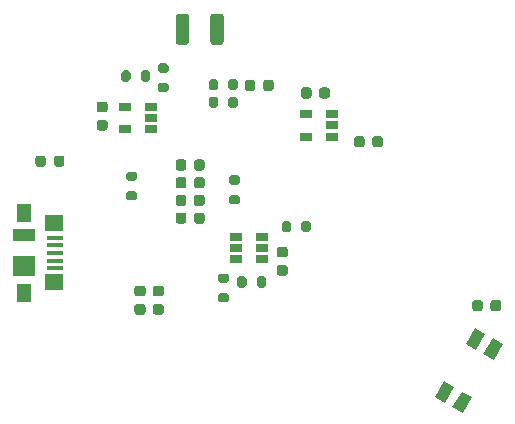
<source format=gbr>
%TF.GenerationSoftware,KiCad,Pcbnew,5.1.8-1.fc33*%
%TF.CreationDate,2021-01-30T22:30:16+01:00*%
%TF.ProjectId,lightring,6c696768-7472-4696-9e67-2e6b69636164,rev?*%
%TF.SameCoordinates,Original*%
%TF.FileFunction,Paste,Bot*%
%TF.FilePolarity,Positive*%
%FSLAX46Y46*%
G04 Gerber Fmt 4.6, Leading zero omitted, Abs format (unit mm)*
G04 Created by KiCad (PCBNEW 5.1.8-1.fc33) date 2021-01-30 22:30:16*
%MOMM*%
%LPD*%
G01*
G04 APERTURE LIST*
%ADD10C,0.100000*%
%ADD11R,1.900000X1.000000*%
%ADD12R,1.900000X1.800000*%
%ADD13R,1.300000X1.650000*%
%ADD14R,1.550000X1.425000*%
%ADD15R,1.380000X0.450000*%
%ADD16R,1.060000X0.650000*%
G04 APERTURE END LIST*
D10*
%TO.C,SW2*%
G36*
X189353109Y-87130513D02*
G01*
X190219135Y-87630513D01*
X189444135Y-88972853D01*
X188578109Y-88472853D01*
X189353109Y-87130513D01*
G37*
G36*
X186728109Y-91677147D02*
G01*
X187594135Y-92177147D01*
X186819135Y-93519487D01*
X185953109Y-93019487D01*
X186728109Y-91677147D01*
G37*
G36*
X185255865Y-90827147D02*
G01*
X186121891Y-91327147D01*
X185346891Y-92669487D01*
X184480865Y-92169487D01*
X185255865Y-90827147D01*
G37*
G36*
X187880865Y-86280513D02*
G01*
X188746891Y-86780513D01*
X187971891Y-88122853D01*
X187105865Y-87622853D01*
X187880865Y-86280513D01*
G37*
%TD*%
%TO.C,C1*%
G36*
G01*
X159250000Y-84275000D02*
X159750000Y-84275000D01*
G75*
G02*
X159975000Y-84500000I0J-225000D01*
G01*
X159975000Y-84950000D01*
G75*
G02*
X159750000Y-85175000I-225000J0D01*
G01*
X159250000Y-85175000D01*
G75*
G02*
X159025000Y-84950000I0J225000D01*
G01*
X159025000Y-84500000D01*
G75*
G02*
X159250000Y-84275000I225000J0D01*
G01*
G37*
G36*
G01*
X159250000Y-82725000D02*
X159750000Y-82725000D01*
G75*
G02*
X159975000Y-82950000I0J-225000D01*
G01*
X159975000Y-83400000D01*
G75*
G02*
X159750000Y-83625000I-225000J0D01*
G01*
X159250000Y-83625000D01*
G75*
G02*
X159025000Y-83400000I0J225000D01*
G01*
X159025000Y-82950000D01*
G75*
G02*
X159250000Y-82725000I225000J0D01*
G01*
G37*
%TD*%
%TO.C,C2*%
G36*
G01*
X164075000Y-75750000D02*
X164075000Y-75250000D01*
G75*
G02*
X164300000Y-75025000I225000J0D01*
G01*
X164750000Y-75025000D01*
G75*
G02*
X164975000Y-75250000I0J-225000D01*
G01*
X164975000Y-75750000D01*
G75*
G02*
X164750000Y-75975000I-225000J0D01*
G01*
X164300000Y-75975000D01*
G75*
G02*
X164075000Y-75750000I0J225000D01*
G01*
G37*
G36*
G01*
X162525000Y-75750000D02*
X162525000Y-75250000D01*
G75*
G02*
X162750000Y-75025000I225000J0D01*
G01*
X163200000Y-75025000D01*
G75*
G02*
X163425000Y-75250000I0J-225000D01*
G01*
X163425000Y-75750000D01*
G75*
G02*
X163200000Y-75975000I-225000J0D01*
G01*
X162750000Y-75975000D01*
G75*
G02*
X162525000Y-75750000I0J225000D01*
G01*
G37*
%TD*%
%TO.C,C4*%
G36*
G01*
X189175000Y-84650000D02*
X189175000Y-84150000D01*
G75*
G02*
X189400000Y-83925000I225000J0D01*
G01*
X189850000Y-83925000D01*
G75*
G02*
X190075000Y-84150000I0J-225000D01*
G01*
X190075000Y-84650000D01*
G75*
G02*
X189850000Y-84875000I-225000J0D01*
G01*
X189400000Y-84875000D01*
G75*
G02*
X189175000Y-84650000I0J225000D01*
G01*
G37*
G36*
G01*
X187625000Y-84650000D02*
X187625000Y-84150000D01*
G75*
G02*
X187850000Y-83925000I225000J0D01*
G01*
X188300000Y-83925000D01*
G75*
G02*
X188525000Y-84150000I0J-225000D01*
G01*
X188525000Y-84650000D01*
G75*
G02*
X188300000Y-84875000I-225000J0D01*
G01*
X187850000Y-84875000D01*
G75*
G02*
X187625000Y-84650000I0J225000D01*
G01*
G37*
%TD*%
%TO.C,C5*%
G36*
G01*
X160800000Y-84275000D02*
X161300000Y-84275000D01*
G75*
G02*
X161525000Y-84500000I0J-225000D01*
G01*
X161525000Y-84950000D01*
G75*
G02*
X161300000Y-85175000I-225000J0D01*
G01*
X160800000Y-85175000D01*
G75*
G02*
X160575000Y-84950000I0J225000D01*
G01*
X160575000Y-84500000D01*
G75*
G02*
X160800000Y-84275000I225000J0D01*
G01*
G37*
G36*
G01*
X160800000Y-82725000D02*
X161300000Y-82725000D01*
G75*
G02*
X161525000Y-82950000I0J-225000D01*
G01*
X161525000Y-83400000D01*
G75*
G02*
X161300000Y-83625000I-225000J0D01*
G01*
X160800000Y-83625000D01*
G75*
G02*
X160575000Y-83400000I0J225000D01*
G01*
X160575000Y-82950000D01*
G75*
G02*
X160800000Y-82725000I225000J0D01*
G01*
G37*
%TD*%
%TO.C,C6*%
G36*
G01*
X164075000Y-77250000D02*
X164075000Y-76750000D01*
G75*
G02*
X164300000Y-76525000I225000J0D01*
G01*
X164750000Y-76525000D01*
G75*
G02*
X164975000Y-76750000I0J-225000D01*
G01*
X164975000Y-77250000D01*
G75*
G02*
X164750000Y-77475000I-225000J0D01*
G01*
X164300000Y-77475000D01*
G75*
G02*
X164075000Y-77250000I0J225000D01*
G01*
G37*
G36*
G01*
X162525000Y-77250000D02*
X162525000Y-76750000D01*
G75*
G02*
X162750000Y-76525000I225000J0D01*
G01*
X163200000Y-76525000D01*
G75*
G02*
X163425000Y-76750000I0J-225000D01*
G01*
X163425000Y-77250000D01*
G75*
G02*
X163200000Y-77475000I-225000J0D01*
G01*
X162750000Y-77475000D01*
G75*
G02*
X162525000Y-77250000I0J225000D01*
G01*
G37*
%TD*%
%TO.C,C7*%
G36*
G01*
X164075000Y-72750000D02*
X164075000Y-72250000D01*
G75*
G02*
X164300000Y-72025000I225000J0D01*
G01*
X164750000Y-72025000D01*
G75*
G02*
X164975000Y-72250000I0J-225000D01*
G01*
X164975000Y-72750000D01*
G75*
G02*
X164750000Y-72975000I-225000J0D01*
G01*
X164300000Y-72975000D01*
G75*
G02*
X164075000Y-72750000I0J225000D01*
G01*
G37*
G36*
G01*
X162525000Y-72750000D02*
X162525000Y-72250000D01*
G75*
G02*
X162750000Y-72025000I225000J0D01*
G01*
X163200000Y-72025000D01*
G75*
G02*
X163425000Y-72250000I0J-225000D01*
G01*
X163425000Y-72750000D01*
G75*
G02*
X163200000Y-72975000I-225000J0D01*
G01*
X162750000Y-72975000D01*
G75*
G02*
X162525000Y-72750000I0J225000D01*
G01*
G37*
%TD*%
%TO.C,C8*%
G36*
G01*
X164075000Y-74250000D02*
X164075000Y-73750000D01*
G75*
G02*
X164300000Y-73525000I225000J0D01*
G01*
X164750000Y-73525000D01*
G75*
G02*
X164975000Y-73750000I0J-225000D01*
G01*
X164975000Y-74250000D01*
G75*
G02*
X164750000Y-74475000I-225000J0D01*
G01*
X164300000Y-74475000D01*
G75*
G02*
X164075000Y-74250000I0J225000D01*
G01*
G37*
G36*
G01*
X162525000Y-74250000D02*
X162525000Y-73750000D01*
G75*
G02*
X162750000Y-73525000I225000J0D01*
G01*
X163200000Y-73525000D01*
G75*
G02*
X163425000Y-73750000I0J-225000D01*
G01*
X163425000Y-74250000D01*
G75*
G02*
X163200000Y-74475000I-225000J0D01*
G01*
X162750000Y-74475000D01*
G75*
G02*
X162525000Y-74250000I0J225000D01*
G01*
G37*
%TD*%
%TO.C,C9*%
G36*
G01*
X156543820Y-68031480D02*
X156043820Y-68031480D01*
G75*
G02*
X155818820Y-67806480I0J225000D01*
G01*
X155818820Y-67356480D01*
G75*
G02*
X156043820Y-67131480I225000J0D01*
G01*
X156543820Y-67131480D01*
G75*
G02*
X156768820Y-67356480I0J-225000D01*
G01*
X156768820Y-67806480D01*
G75*
G02*
X156543820Y-68031480I-225000J0D01*
G01*
G37*
G36*
G01*
X156543820Y-69581480D02*
X156043820Y-69581480D01*
G75*
G02*
X155818820Y-69356480I0J225000D01*
G01*
X155818820Y-68906480D01*
G75*
G02*
X156043820Y-68681480I225000J0D01*
G01*
X156543820Y-68681480D01*
G75*
G02*
X156768820Y-68906480I0J-225000D01*
G01*
X156768820Y-69356480D01*
G75*
G02*
X156543820Y-69581480I-225000J0D01*
G01*
G37*
%TD*%
%TO.C,C10*%
G36*
G01*
X174675680Y-66650680D02*
X174675680Y-66150680D01*
G75*
G02*
X174900680Y-65925680I225000J0D01*
G01*
X175350680Y-65925680D01*
G75*
G02*
X175575680Y-66150680I0J-225000D01*
G01*
X175575680Y-66650680D01*
G75*
G02*
X175350680Y-66875680I-225000J0D01*
G01*
X174900680Y-66875680D01*
G75*
G02*
X174675680Y-66650680I0J225000D01*
G01*
G37*
G36*
G01*
X173125680Y-66650680D02*
X173125680Y-66150680D01*
G75*
G02*
X173350680Y-65925680I225000J0D01*
G01*
X173800680Y-65925680D01*
G75*
G02*
X174025680Y-66150680I0J-225000D01*
G01*
X174025680Y-66650680D01*
G75*
G02*
X173800680Y-66875680I-225000J0D01*
G01*
X173350680Y-66875680D01*
G75*
G02*
X173125680Y-66650680I0J225000D01*
G01*
G37*
%TD*%
%TO.C,C11*%
G36*
G01*
X171796520Y-80320000D02*
X171296520Y-80320000D01*
G75*
G02*
X171071520Y-80095000I0J225000D01*
G01*
X171071520Y-79645000D01*
G75*
G02*
X171296520Y-79420000I225000J0D01*
G01*
X171796520Y-79420000D01*
G75*
G02*
X172021520Y-79645000I0J-225000D01*
G01*
X172021520Y-80095000D01*
G75*
G02*
X171796520Y-80320000I-225000J0D01*
G01*
G37*
G36*
G01*
X171796520Y-81870000D02*
X171296520Y-81870000D01*
G75*
G02*
X171071520Y-81645000I0J225000D01*
G01*
X171071520Y-81195000D01*
G75*
G02*
X171296520Y-80970000I225000J0D01*
G01*
X171796520Y-80970000D01*
G75*
G02*
X172021520Y-81195000I0J-225000D01*
G01*
X172021520Y-81645000D01*
G75*
G02*
X171796520Y-81870000I-225000J0D01*
G01*
G37*
%TD*%
%TO.C,C12*%
G36*
G01*
X179166700Y-70780720D02*
X179166700Y-70280720D01*
G75*
G02*
X179391700Y-70055720I225000J0D01*
G01*
X179841700Y-70055720D01*
G75*
G02*
X180066700Y-70280720I0J-225000D01*
G01*
X180066700Y-70780720D01*
G75*
G02*
X179841700Y-71005720I-225000J0D01*
G01*
X179391700Y-71005720D01*
G75*
G02*
X179166700Y-70780720I0J225000D01*
G01*
G37*
G36*
G01*
X177616700Y-70780720D02*
X177616700Y-70280720D01*
G75*
G02*
X177841700Y-70055720I225000J0D01*
G01*
X178291700Y-70055720D01*
G75*
G02*
X178516700Y-70280720I0J-225000D01*
G01*
X178516700Y-70780720D01*
G75*
G02*
X178291700Y-71005720I-225000J0D01*
G01*
X177841700Y-71005720D01*
G75*
G02*
X177616700Y-70780720I0J225000D01*
G01*
G37*
%TD*%
%TO.C,D44*%
G36*
G01*
X152221780Y-72427810D02*
X152221780Y-71915310D01*
G75*
G02*
X152440530Y-71696560I218750J0D01*
G01*
X152878030Y-71696560D01*
G75*
G02*
X153096780Y-71915310I0J-218750D01*
G01*
X153096780Y-72427810D01*
G75*
G02*
X152878030Y-72646560I-218750J0D01*
G01*
X152440530Y-72646560D01*
G75*
G02*
X152221780Y-72427810I0J218750D01*
G01*
G37*
G36*
G01*
X150646780Y-72427810D02*
X150646780Y-71915310D01*
G75*
G02*
X150865530Y-71696560I218750J0D01*
G01*
X151303030Y-71696560D01*
G75*
G02*
X151521780Y-71915310I0J-218750D01*
G01*
X151521780Y-72427810D01*
G75*
G02*
X151303030Y-72646560I-218750J0D01*
G01*
X150865530Y-72646560D01*
G75*
G02*
X150646780Y-72427810I0J218750D01*
G01*
G37*
%TD*%
D11*
%TO.C,J2*%
X149637900Y-78386340D03*
D12*
X149637900Y-81086340D03*
D13*
X149637900Y-76561340D03*
X149637900Y-83311340D03*
D14*
X152212900Y-77448840D03*
X152212900Y-82423840D03*
D15*
X152297900Y-78636340D03*
X152297900Y-79286340D03*
X152297900Y-79936340D03*
X152297900Y-80586340D03*
X152297900Y-81236340D03*
%TD*%
%TO.C,R43*%
G36*
G01*
X167225000Y-75025000D02*
X167775000Y-75025000D01*
G75*
G02*
X167975000Y-75225000I0J-200000D01*
G01*
X167975000Y-75625000D01*
G75*
G02*
X167775000Y-75825000I-200000J0D01*
G01*
X167225000Y-75825000D01*
G75*
G02*
X167025000Y-75625000I0J200000D01*
G01*
X167025000Y-75225000D01*
G75*
G02*
X167225000Y-75025000I200000J0D01*
G01*
G37*
G36*
G01*
X167225000Y-73375000D02*
X167775000Y-73375000D01*
G75*
G02*
X167975000Y-73575000I0J-200000D01*
G01*
X167975000Y-73975000D01*
G75*
G02*
X167775000Y-74175000I-200000J0D01*
G01*
X167225000Y-74175000D01*
G75*
G02*
X167025000Y-73975000I0J200000D01*
G01*
X167025000Y-73575000D01*
G75*
G02*
X167225000Y-73375000I200000J0D01*
G01*
G37*
%TD*%
%TO.C,R44*%
G36*
G01*
X158525000Y-74700000D02*
X159075000Y-74700000D01*
G75*
G02*
X159275000Y-74900000I0J-200000D01*
G01*
X159275000Y-75300000D01*
G75*
G02*
X159075000Y-75500000I-200000J0D01*
G01*
X158525000Y-75500000D01*
G75*
G02*
X158325000Y-75300000I0J200000D01*
G01*
X158325000Y-74900000D01*
G75*
G02*
X158525000Y-74700000I200000J0D01*
G01*
G37*
G36*
G01*
X158525000Y-73050000D02*
X159075000Y-73050000D01*
G75*
G02*
X159275000Y-73250000I0J-200000D01*
G01*
X159275000Y-73650000D01*
G75*
G02*
X159075000Y-73850000I-200000J0D01*
G01*
X158525000Y-73850000D01*
G75*
G02*
X158325000Y-73650000I0J200000D01*
G01*
X158325000Y-73250000D01*
G75*
G02*
X158525000Y-73050000I200000J0D01*
G01*
G37*
%TD*%
%TO.C,R45*%
G36*
G01*
X159561080Y-65243120D02*
X159561080Y-64693120D01*
G75*
G02*
X159761080Y-64493120I200000J0D01*
G01*
X160161080Y-64493120D01*
G75*
G02*
X160361080Y-64693120I0J-200000D01*
G01*
X160361080Y-65243120D01*
G75*
G02*
X160161080Y-65443120I-200000J0D01*
G01*
X159761080Y-65443120D01*
G75*
G02*
X159561080Y-65243120I0J200000D01*
G01*
G37*
G36*
G01*
X157911080Y-65243120D02*
X157911080Y-64693120D01*
G75*
G02*
X158111080Y-64493120I200000J0D01*
G01*
X158511080Y-64493120D01*
G75*
G02*
X158711080Y-64693120I0J-200000D01*
G01*
X158711080Y-65243120D01*
G75*
G02*
X158511080Y-65443120I-200000J0D01*
G01*
X158111080Y-65443120D01*
G75*
G02*
X157911080Y-65243120I0J200000D01*
G01*
G37*
%TD*%
%TO.C,R46*%
G36*
G01*
X166285000Y-83335000D02*
X166835000Y-83335000D01*
G75*
G02*
X167035000Y-83535000I0J-200000D01*
G01*
X167035000Y-83935000D01*
G75*
G02*
X166835000Y-84135000I-200000J0D01*
G01*
X166285000Y-84135000D01*
G75*
G02*
X166085000Y-83935000I0J200000D01*
G01*
X166085000Y-83535000D01*
G75*
G02*
X166285000Y-83335000I200000J0D01*
G01*
G37*
G36*
G01*
X166285000Y-81685000D02*
X166835000Y-81685000D01*
G75*
G02*
X167035000Y-81885000I0J-200000D01*
G01*
X167035000Y-82285000D01*
G75*
G02*
X166835000Y-82485000I-200000J0D01*
G01*
X166285000Y-82485000D01*
G75*
G02*
X166085000Y-82285000I0J200000D01*
G01*
X166085000Y-81885000D01*
G75*
G02*
X166285000Y-81685000I200000J0D01*
G01*
G37*
%TD*%
%TO.C,R47*%
G36*
G01*
X173158200Y-78011700D02*
X173158200Y-77461700D01*
G75*
G02*
X173358200Y-77261700I200000J0D01*
G01*
X173758200Y-77261700D01*
G75*
G02*
X173958200Y-77461700I0J-200000D01*
G01*
X173958200Y-78011700D01*
G75*
G02*
X173758200Y-78211700I-200000J0D01*
G01*
X173358200Y-78211700D01*
G75*
G02*
X173158200Y-78011700I0J200000D01*
G01*
G37*
G36*
G01*
X171508200Y-78011700D02*
X171508200Y-77461700D01*
G75*
G02*
X171708200Y-77261700I200000J0D01*
G01*
X172108200Y-77261700D01*
G75*
G02*
X172308200Y-77461700I0J-200000D01*
G01*
X172308200Y-78011700D01*
G75*
G02*
X172108200Y-78211700I-200000J0D01*
G01*
X171708200Y-78211700D01*
G75*
G02*
X171508200Y-78011700I0J200000D01*
G01*
G37*
%TD*%
%TO.C,R48*%
G36*
G01*
X161735000Y-64695000D02*
X161185000Y-64695000D01*
G75*
G02*
X160985000Y-64495000I0J200000D01*
G01*
X160985000Y-64095000D01*
G75*
G02*
X161185000Y-63895000I200000J0D01*
G01*
X161735000Y-63895000D01*
G75*
G02*
X161935000Y-64095000I0J-200000D01*
G01*
X161935000Y-64495000D01*
G75*
G02*
X161735000Y-64695000I-200000J0D01*
G01*
G37*
G36*
G01*
X161735000Y-66345000D02*
X161185000Y-66345000D01*
G75*
G02*
X160985000Y-66145000I0J200000D01*
G01*
X160985000Y-65745000D01*
G75*
G02*
X161185000Y-65545000I200000J0D01*
G01*
X161735000Y-65545000D01*
G75*
G02*
X161935000Y-65745000I0J-200000D01*
G01*
X161935000Y-66145000D01*
G75*
G02*
X161735000Y-66345000I-200000J0D01*
G01*
G37*
%TD*%
%TO.C,R49*%
G36*
G01*
X168533260Y-82127680D02*
X168533260Y-82677680D01*
G75*
G02*
X168333260Y-82877680I-200000J0D01*
G01*
X167933260Y-82877680D01*
G75*
G02*
X167733260Y-82677680I0J200000D01*
G01*
X167733260Y-82127680D01*
G75*
G02*
X167933260Y-81927680I200000J0D01*
G01*
X168333260Y-81927680D01*
G75*
G02*
X168533260Y-82127680I0J-200000D01*
G01*
G37*
G36*
G01*
X170183260Y-82127680D02*
X170183260Y-82677680D01*
G75*
G02*
X169983260Y-82877680I-200000J0D01*
G01*
X169583260Y-82877680D01*
G75*
G02*
X169383260Y-82677680I0J200000D01*
G01*
X169383260Y-82127680D01*
G75*
G02*
X169583260Y-81927680I200000J0D01*
G01*
X169983260Y-81927680D01*
G75*
G02*
X170183260Y-82127680I0J-200000D01*
G01*
G37*
%TD*%
D16*
%TO.C,U2*%
X158251980Y-67581740D03*
X158251980Y-69481740D03*
X160451980Y-69481740D03*
X160451980Y-68531740D03*
X160451980Y-67581740D03*
%TD*%
%TO.C,U3*%
X169852520Y-79537560D03*
X169852520Y-80487560D03*
X169852520Y-78587560D03*
X167652520Y-78587560D03*
X167652520Y-79537560D03*
X167652520Y-80487560D03*
%TD*%
%TO.C,U4*%
X173578340Y-68198960D03*
X173578340Y-70098960D03*
X175778340Y-70098960D03*
X175778340Y-69148960D03*
X175778340Y-68198960D03*
%TD*%
%TO.C,BT1*%
G36*
G01*
X162531440Y-62075001D02*
X162531440Y-59924999D01*
G75*
G02*
X162781439Y-59675000I249999J0D01*
G01*
X163406441Y-59675000D01*
G75*
G02*
X163656440Y-59924999I0J-249999D01*
G01*
X163656440Y-62075001D01*
G75*
G02*
X163406441Y-62325000I-249999J0D01*
G01*
X162781439Y-62325000D01*
G75*
G02*
X162531440Y-62075001I0J249999D01*
G01*
G37*
G36*
G01*
X165456440Y-62075001D02*
X165456440Y-59924999D01*
G75*
G02*
X165706439Y-59675000I249999J0D01*
G01*
X166331441Y-59675000D01*
G75*
G02*
X166581440Y-59924999I0J-249999D01*
G01*
X166581440Y-62075001D01*
G75*
G02*
X166331441Y-62325000I-249999J0D01*
G01*
X165706439Y-62325000D01*
G75*
G02*
X165456440Y-62075001I0J249999D01*
G01*
G37*
%TD*%
%TO.C,C3*%
G36*
G01*
X168375000Y-66010000D02*
X168375000Y-65510000D01*
G75*
G02*
X168600000Y-65285000I225000J0D01*
G01*
X169050000Y-65285000D01*
G75*
G02*
X169275000Y-65510000I0J-225000D01*
G01*
X169275000Y-66010000D01*
G75*
G02*
X169050000Y-66235000I-225000J0D01*
G01*
X168600000Y-66235000D01*
G75*
G02*
X168375000Y-66010000I0J225000D01*
G01*
G37*
G36*
G01*
X169925000Y-66010000D02*
X169925000Y-65510000D01*
G75*
G02*
X170150000Y-65285000I225000J0D01*
G01*
X170600000Y-65285000D01*
G75*
G02*
X170825000Y-65510000I0J-225000D01*
G01*
X170825000Y-66010000D01*
G75*
G02*
X170600000Y-66235000I-225000J0D01*
G01*
X170150000Y-66235000D01*
G75*
G02*
X169925000Y-66010000I0J225000D01*
G01*
G37*
%TD*%
%TO.C,R50*%
G36*
G01*
X166975000Y-65965000D02*
X166975000Y-65415000D01*
G75*
G02*
X167175000Y-65215000I200000J0D01*
G01*
X167575000Y-65215000D01*
G75*
G02*
X167775000Y-65415000I0J-200000D01*
G01*
X167775000Y-65965000D01*
G75*
G02*
X167575000Y-66165000I-200000J0D01*
G01*
X167175000Y-66165000D01*
G75*
G02*
X166975000Y-65965000I0J200000D01*
G01*
G37*
G36*
G01*
X165325000Y-65965000D02*
X165325000Y-65415000D01*
G75*
G02*
X165525000Y-65215000I200000J0D01*
G01*
X165925000Y-65215000D01*
G75*
G02*
X166125000Y-65415000I0J-200000D01*
G01*
X166125000Y-65965000D01*
G75*
G02*
X165925000Y-66165000I-200000J0D01*
G01*
X165525000Y-66165000D01*
G75*
G02*
X165325000Y-65965000I0J200000D01*
G01*
G37*
%TD*%
%TO.C,R51*%
G36*
G01*
X167775000Y-66915000D02*
X167775000Y-67465000D01*
G75*
G02*
X167575000Y-67665000I-200000J0D01*
G01*
X167175000Y-67665000D01*
G75*
G02*
X166975000Y-67465000I0J200000D01*
G01*
X166975000Y-66915000D01*
G75*
G02*
X167175000Y-66715000I200000J0D01*
G01*
X167575000Y-66715000D01*
G75*
G02*
X167775000Y-66915000I0J-200000D01*
G01*
G37*
G36*
G01*
X166125000Y-66915000D02*
X166125000Y-67465000D01*
G75*
G02*
X165925000Y-67665000I-200000J0D01*
G01*
X165525000Y-67665000D01*
G75*
G02*
X165325000Y-67465000I0J200000D01*
G01*
X165325000Y-66915000D01*
G75*
G02*
X165525000Y-66715000I200000J0D01*
G01*
X165925000Y-66715000D01*
G75*
G02*
X166125000Y-66915000I0J-200000D01*
G01*
G37*
%TD*%
M02*

</source>
